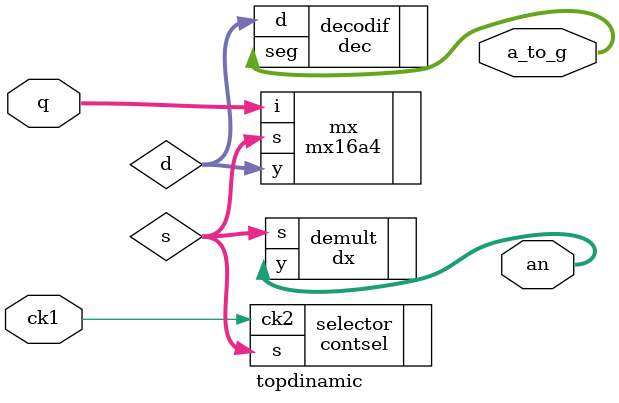
<source format=v>
`timescale 1ns / 1ps
module topdinamic(
    input wire ck1,		//Entrada de reloj a 50 MHz, pin b8 del FPGA
	 input 	wire	[15:0]q,
    output wire [3:0] an,	//Salidas activas bajo que controlan los anodos de las pantallas mediante transistores PNP,
 //   output	[2:0]ld,		//Salida a los leds utilizadas para monitoreo durante el diseño
	 output wire[6:0] a_to_g	//Salida de los 7 segmentos de las pantallas cada una con su resistencia
    );
	wire [1:0]s;	//Union entre contador modulo 4 (selector) a 190 Hz el multiplexor 16 a 4 y el demultiplexor 2 a 4 (demult)
	wire [3:0]d;	//Conexion desde salida del multiplexor mx a la entrada del decodificador decodif



	//La salida del contador mod64k es la que semuestra en el visualizador, pero no es parte del visualizador
	//Junto a count50M y count100 proporcionan el conteo a 1 Hz que se muestra en el visualizador
	
	//La salida de contsel se encarga de seleccionar cada uno de los 4 datos que llegan
	//al multiplexor mx sincronizanlos con la pantalla donde se debe mostrar cada dato
	//por medio del demultiplexor dx
	contsel selector
	(.ck2(ck1),
	.s(s));
	//Mediante la combinacion de S1 y S0 que salen del selector con el nombre de S el multiplexor 16 a 4
	//	mx pone en el decodificador dec uno de los 4 datos de 4 bits que salen del contador mod64k
	mx16a4 mx
	(.i(q),
	.s(s),
	.y(d));
	//El demultiplexor dx con 4 salidas activas bajo se encarga de energizar uno de los 4 
	//anodos de las pantallas del modulo DIGILENT. 
	dx	demult
	(.s(s),
	.y(an));
	//Este es un decodificador hex a 7 segmento activo bajo (anodo comun)
	dec decodif
	(.d(d),
	.seg(a_to_g));
endmodule

</source>
